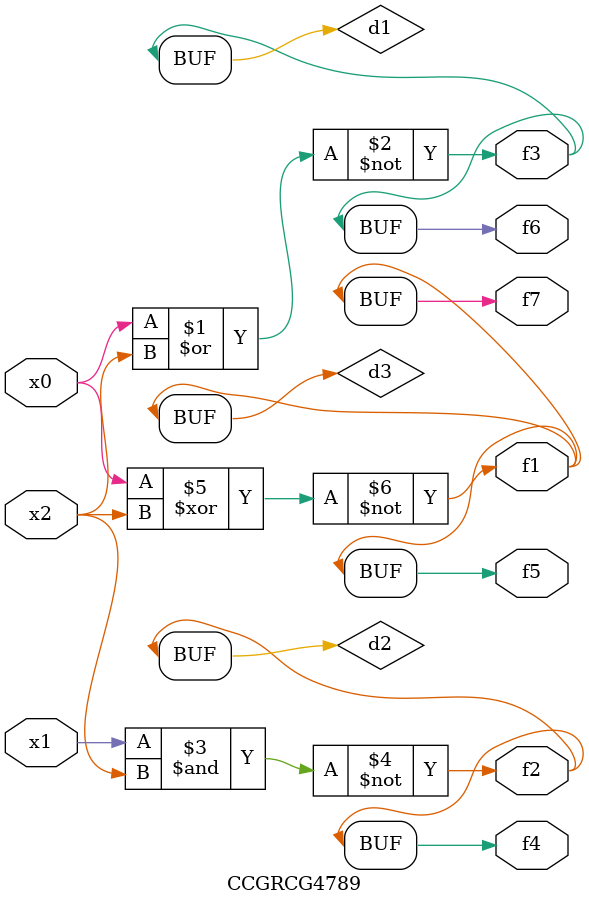
<source format=v>
module CCGRCG4789(
	input x0, x1, x2,
	output f1, f2, f3, f4, f5, f6, f7
);

	wire d1, d2, d3;

	nor (d1, x0, x2);
	nand (d2, x1, x2);
	xnor (d3, x0, x2);
	assign f1 = d3;
	assign f2 = d2;
	assign f3 = d1;
	assign f4 = d2;
	assign f5 = d3;
	assign f6 = d1;
	assign f7 = d3;
endmodule

</source>
